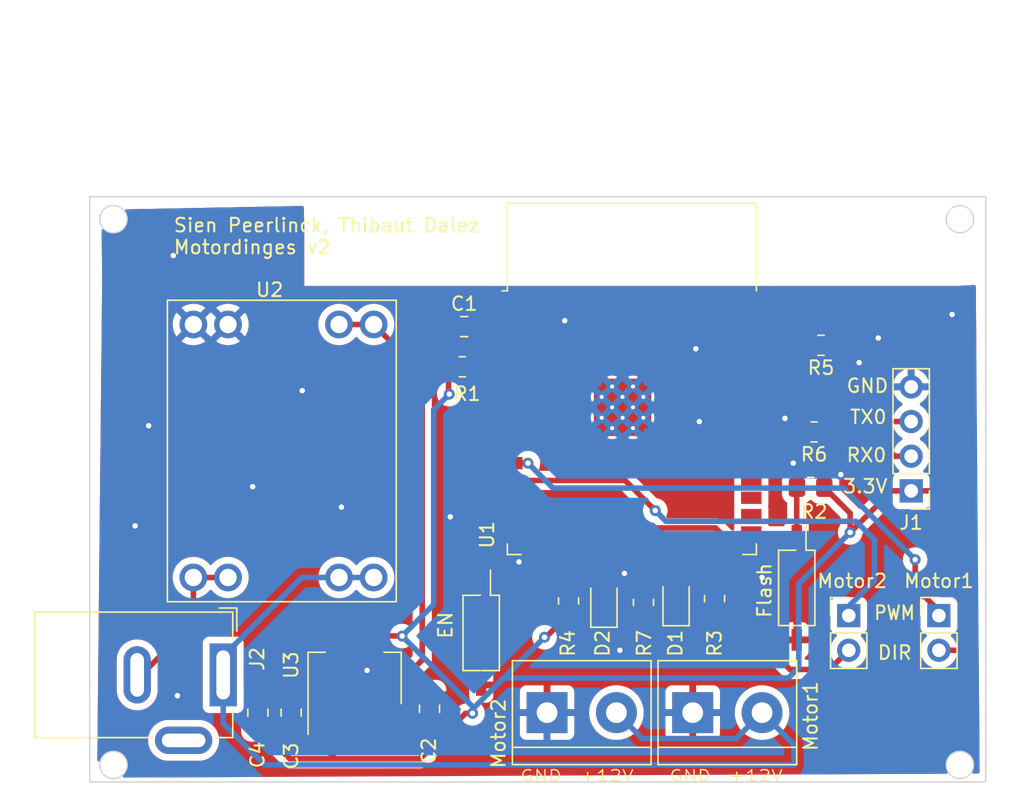
<source format=kicad_pcb>
(kicad_pcb (version 20221018) (generator pcbnew)
  (layers (0 "F.Cu" signal) (31 "B.Cu" signal) (34 "B.Paste" user) (35 "F.Paste" user) (36 "B.SilkS" user "B.Silkscreen") (37 "F.SilkS" user "F.Silkscreen") (38 "B.Mask" user) (39 "F.Mask" user) (44 "Edge.Cuts" user))
  (net 0 "")
  (net 1 "+3.3V")
  (net 2 "GND")
  (net 3 "VDD")
  (net 4 "Net-(D1-K)")
  (net 5 "GPIO2")
  (net 6 "Net-(D2-A)")
  (net 7 "RX0")
  (net 8 "TX0")
  (net 9 "Net-(J2-Pad2)")
  (net 10 "A8")
  (net 11 "GPIO12")
  (net 12 "A9")
  (net 13 "GPIO13")
  (net 14 "/EN")
  (net 15 "GPIO0")
  (net 16 "GPIO5")
  (net 17 "VP")
  (net 18 "VN")
  (net 19 "A6")
  (net 20 "A7")
  (net 21 "A4")
  (net 22 "A5")
  (net 23 "GPIO27")
  (net 24 "GPIO14")
  (net 31 "GPIO15")
  (net 32 "GPIO4")
  (net 33 "RX2")
  (net 34 "TX2")
  (net 35 "GPIO18")
  (net 36 "GPIO19")
  (net 38 "GPIO21")
  (net 39 "GPIO22")
  (net 40 "GPIO23")
  (net 41 "Net-(J5-Pin_2)")
  (footprint "Connector_PinHeader_2.54mm:PinHeader_1x02_P2.54mm_Vertical" (layer "F.Cu") (at 140.462 67.056)
    (fp_text reference "Motor1" (at 0 -2.54) (layer "F.SilkS"))
    (fp_text value "Conn_01x02_Pin")
    (fp_line (start -1.33 -1.33) (end 0 -1.33) (stroke (width 0.12)) (layer "F.SilkS"))
    (fp_line (start -1.33 0) (end -1.33 -1.33) (stroke (width 0.12)) (layer "F.SilkS"))
    (fp_line (start -1.33 1.27) (end -1.33 3.87) (stroke (width 0.12)) (layer "F.SilkS"))
    (fp_line (start -1.33 1.27) (end 1.33 1.27) (stroke (width 0.12)) (layer "F.SilkS"))
    (fp_line (start -1.33 3.87) (end 1.33 3.87) (stroke (width 0.12)) (layer "F.SilkS"))
    (fp_line (start 1.33 1.27) (end 1.33 3.87) (stroke (width 0.12)) (layer "F.SilkS"))
    (pad "1" thru_hole rect (at 0 0) (size 1.7 1.7) (drill 1) (layers "*.Cu" "*.Mask") (net 10 "A8"))
    (pad "2" thru_hole oval (at 0 2.54) (size 1.7 1.7) (drill 1) (layers "*.Cu" "*.Mask") (net 40 "GPIO23"))
  )
  (footprint "Connector_PinHeader_2.54mm:PinHeader_1x04_P2.54mm_Vertical" (layer "F.Cu") (at 138.43 57.912 180)
    (fp_text reference "J1" (at 0 -2.33 180) (layer "F.SilkS"))
    (fp_text value "Conn_01x04_Pin")
    (fp_line (start -1.33 -1.33) (end 0 -1.33) (stroke (width 0.12)) (layer "F.SilkS"))
    (fp_line (start -1.33 0) (end -1.33 -1.33) (stroke (width 0.12)) (layer "F.SilkS"))
    (fp_line (start -1.33 1.27) (end -1.33 8.95) (stroke (width 0.12)) (layer "F.SilkS"))
    (fp_line (start -1.33 1.27) (end 1.33 1.27) (stroke (width 0.12)) (layer "F.SilkS"))
    (fp_line (start -1.33 8.95) (end 1.33 8.95) (stroke (width 0.12)) (layer "F.SilkS"))
    (fp_line (start 1.33 1.27) (end 1.33 8.95) (stroke (width 0.12)) (layer "F.SilkS"))
    (pad "1" thru_hole rect (at 0 0 180) (size 1.7 1.7) (drill 1) (layers "*.Cu" "*.Mask") (net 1 "+3.3V"))
    (pad "2" thru_hole oval (at 0 2.54 180) (size 1.7 1.7) (drill 1) (layers "*.Cu" "*.Mask") (net 7 "RX0"))
    (pad "3" thru_hole oval (at 0 5.08 180) (size 1.7 1.7) (drill 1) (layers "*.Cu" "*.Mask") (net 8 "TX0"))
    (pad "4" thru_hole oval (at 0 7.62 180) (size 1.7 1.7) (drill 1) (layers "*.Cu" "*.Mask") (net 2 "GND"))
  )
  (footprint "Capacitor_SMD:C_0805_2012Metric_Pad1.18x1.45mm_HandSolder" (layer "F.Cu") (at 105.6855 45.8724 180)
    (fp_text reference "C1" (at -0.0039 1.6764) (layer "F.SilkS"))
    (fp_text value "100uF/6.3V")
    (fp_line (start -0.261252 -0.735) (end 0.261252 -0.735) (stroke (width 0.12)) (layer "F.SilkS"))
    (fp_line (start -0.261252 0.735) (end 0.261252 0.735) (stroke (width 0.12)) (layer "F.SilkS"))
    (pad "1" smd roundrect (at -1.0375 0 180) (size 1.175 1.45) (layers "F.Cu" "F.Paste" "F.Mask") (roundrect_rratio 0.2127659574) (net 1 "+3.3V"))
    (pad "2" smd roundrect (at 1.0375 0 180) (size 1.175 1.45) (layers "F.Cu" "F.Paste" "F.Mask") (roundrect_rratio 0.2127659574) (net 2 "GND"))
  )
  (footprint "Package_TO_SOT_SMD:SOT-223-3_TabPin2" (layer "F.Cu") (at 97.663 71.6534 90)
    (fp_text reference "U3" (at 0.9656 -4.6482 90) (layer "F.SilkS"))
    (fp_text value "AMS1117-3.3")
    (fp_line (start -4.1 -3.41) (end 1.91 -3.41) (stroke (width 0.12)) (layer "F.SilkS"))
    (fp_line (start -1.85 3.41) (end 1.91 3.41) (stroke (width 0.12)) (layer "F.SilkS"))
    (fp_line (start 1.91 -3.41) (end 1.91 -2.15) (stroke (width 0.12)) (layer "F.SilkS"))
    (fp_line (start 1.91 3.41) (end 1.91 2.15) (stroke (width 0.12)) (layer "F.SilkS"))
    (pad "1" smd rect (at -3.15 -2.3 90) (size 2 1.5) (layers "F.Cu" "F.Paste" "F.Mask") (net 2 "GND"))
    (pad "2" smd rect (at -3.15 0 90) (size 2 1.5) (layers "F.Cu" "F.Paste" "F.Mask") (net 1 "+3.3V"))
    (pad "2" smd rect (at 3.15 0 90) (size 2 3.8) (layers "F.Cu" "F.Paste" "F.Mask") (net 1 "+3.3V"))
    (pad "3" smd rect (at -3.15 2.3 90) (size 2 1.5) (layers "F.Cu" "F.Paste" "F.Mask") (net 3 "VDD"))
  )
  (footprint "Capacitor_SMD:C_0805_2012Metric_Pad1.18x1.45mm_HandSolder" (layer "F.Cu") (at 103.1494 73.8886 90)
    (fp_text reference "C2" (at -3.0988 -0.0508 90) (layer "F.SilkS"))
    (fp_text value "10uF")
    (fp_line (start -0.261252 -0.735) (end 0.261252 -0.735) (stroke (width 0.12)) (layer "F.SilkS"))
    (fp_line (start -0.261252 0.735) (end 0.261252 0.735) (stroke (width 0.12)) (layer "F.SilkS"))
    (pad "1" smd roundrect (at -1.0375 0 90) (size 1.175 1.45) (layers "F.Cu" "F.Paste" "F.Mask") (roundrect_rratio 0.2127659574) (net 3 "VDD"))
    (pad "2" smd roundrect (at 1.0375 0 90) (size 1.175 1.45) (layers "F.Cu" "F.Paste" "F.Mask") (roundrect_rratio 0.2127659574) (net 2 "GND"))
  )
  (footprint "Button_Switch_SMD:SW_DIP_SPSTx01_Slide_Copal_CHS-01B_W7.62mm_P1.27mm" (layer "F.Cu") (at 130.048 65.024 -90)
    (fp_text reference "SW2" hide)
    (fp_text value "FLASH")
    (fp_line (start -4.61 -0.68) (end -2.76 -0.68) (stroke (width 0.12)) (layer "F.SilkS"))
    (fp_line (start -2.76 -1.33) (end -2.76 -0.68) (stroke (width 0.12)) (layer "F.SilkS"))
    (fp_line (start -2.76 -1.33) (end 2.76 -1.33) (stroke (width 0.12)) (layer "F.SilkS"))
    (fp_line (start -2.76 0.061) (end -2.76 1.33) (stroke (width 0.12)) (layer "F.SilkS"))
    (fp_line (start -2.76 1.33) (end 2.76 1.33) (stroke (width 0.12)) (layer "F.SilkS"))
    (fp_line (start 2.76 -1.33) (end 2.76 -0.061) (stroke (width 0.12)) (layer "F.SilkS"))
    (fp_line (start 2.76 0.061) (end 2.76 1.33) (stroke (width 0.12)) (layer "F.SilkS"))
    (pad "1" smd rect (at -3.81 0 270) (size 1.6 0.76) (layers "F.Cu" "F.Paste" "F.Mask") (net 15 "GPIO0"))
    (pad "2" smd rect (at 3.81 0 270) (size 1.6 0.76) (layers "F.Cu" "F.Paste" "F.Mask") (net 2 "GND"))
  )
  (footprint "Capacitor_SMD:C_0805_2012Metric_Pad1.18x1.45mm_HandSolder" (layer "F.Cu") (at 93.0148 74.168 -90)
    (fp_text reference "C3" (at 3.1789 0 90) (layer "F.SilkS"))
    (fp_text value "100nF")
    (fp_line (start -0.261252 -0.735) (end 0.261252 -0.735) (stroke (width 0.12)) (layer "F.SilkS"))
    (fp_line (start -0.261252 0.735) (end 0.261252 0.735) (stroke (width 0.12)) (layer "F.SilkS"))
    (pad "1" smd roundrect (at -1.0375 0 270) (size 1.175 1.45) (layers "F.Cu" "F.Paste" "F.Mask") (roundrect_rratio 0.2127659574) (net 2 "GND"))
    (pad "2" smd roundrect (at 1.0375 0 270) (size 1.175 1.45) (layers "F.Cu" "F.Paste" "F.Mask") (roundrect_rratio 0.2127659574) (net 1 "+3.3V"))
  )
  (footprint "LED_SMD:LED_0805_2012Metric_Pad1.15x1.40mm_HandSolder" (layer "F.Cu") (at 115.9256 66.049 90)
    (fp_text reference "D2" (at -3.039 -0.1016 90) (layer "F.SilkS"))
    (fp_text value "PWR")
    (fp_line (start -1.86 -0.96) (end -1.86 0.96) (stroke (width 0.12)) (layer "F.SilkS"))
    (fp_line (start -1.86 0.96) (end 1 0.96) (stroke (width 0.12)) (layer "F.SilkS"))
    (fp_line (start 1 -0.96) (end -1.86 -0.96) (stroke (width 0.12)) (layer "F.SilkS"))
    (pad "1" smd roundrect (at -1.025 0 90) (size 1.15 1.4) (layers "F.Cu" "F.Paste" "F.Mask") (roundrect_rratio 0.2173913043) (net 2 "GND"))
    (pad "2" smd roundrect (at 1.025 0 90) (size 1.15 1.4) (layers "F.Cu" "F.Paste" "F.Mask") (roundrect_rratio 0.2173913043) (net 6 "Net-(D2-A)"))
  )
  (footprint "RF_Module:ESP32-WROOM-32" (layer "F.Cu") (at 117.97 52.7)
    (fp_text reference "U1" (at -10.61 8.43 90) (layer "F.SilkS"))
    (fp_text value "ESP32-WROOM-32")
    (fp_line (start -9.12 -15.86) (end -9.12 -9.445) (stroke (width 0.12)) (layer "F.SilkS"))
    (fp_line (start -9.12 -15.86) (end 9.12 -15.86) (stroke (width 0.12)) (layer "F.SilkS"))
    (fp_line (start -9.12 -9.445) (end -9.5 -9.445) (stroke (width 0.12)) (layer "F.SilkS"))
    (fp_line (start -9.12 9.1) (end -9.12 9.88) (stroke (width 0.12)) (layer "F.SilkS"))
    (fp_line (start -9.12 9.88) (end -8.12 9.88) (stroke (width 0.12)) (layer "F.SilkS"))
    (fp_line (start 9.12 -15.86) (end 9.12 -9.445) (stroke (width 0.12)) (layer "F.SilkS"))
    (fp_line (start 9.12 9.1) (end 9.12 9.88) (stroke (width 0.12)) (layer "F.SilkS"))
    (fp_line (start 9.12 9.88) (end 8.12 9.88) (stroke (width 0.12)) (layer "F.SilkS"))
    (pad "1" smd rect (at -8.75 -8.25) (size 1.5 0.9) (layers "F.Cu" "F.Paste" "F.Mask") (net 2 "GND"))
    (pad "2" smd rect (at -8.75 -6.98) (size 1.5 0.9) (layers "F.Cu" "F.Paste" "F.Mask") (net 1 "+3.3V"))
    (pad "3" smd rect (at -8.75 -5.71) (size 1.5 0.9) (layers "F.Cu" "F.Paste" "F.Mask") (net 14 "/EN"))
    (pad "4" smd rect (at -8.75 -4.44) (size 1.5 0.9) (layers "F.Cu" "F.Paste" "F.Mask") (net 17 "VP"))
    (pad "5" smd rect (at -8.75 -3.17) (size 1.5 0.9) (layers "F.Cu" "F.Paste" "F.Mask") (net 18 "VN"))
    (pad "6" smd rect (at -8.75 -1.9) (size 1.5 0.9) (layers "F.Cu" "F.Paste" "F.Mask") (net 19 "A6"))
    (pad "7" smd rect (at -8.75 -0.63) (size 1.5 0.9) (layers "F.Cu" "F.Paste" "F.Mask") (net 20 "A7"))
    (pad "8" smd rect (at -8.75 0.64) (size 1.5 0.9) (layers "F.Cu" "F.Paste" "F.Mask") (net 21 "A4"))
    (pad "9" smd rect (at -8.75 1.91) (size 1.5 0.9) (layers "F.Cu" "F.Paste" "F.Mask") (net 22 "A5"))
    (pad "10" smd rect (at -8.75 3.18) (size 1.5 0.9) (layers "F.Cu" "F.Paste" "F.Mask") (net 10 "A8"))
    (pad "11" smd rect (at -8.75 4.45) (size 1.5 0.9) (layers "F.Cu" "F.Paste" "F.Mask") (net 12 "A9"))
    (pad "12" smd rect (at -8.75 5.72) (size 1.5 0.9) (layers "F.Cu" "F.Paste" "F.Mask") (net 23 "GPIO27"))
    (pad "13" smd rect (at -8.75 6.99) (size 1.5 0.9) (layers "F.Cu" "F.Paste" "F.Mask") (net 24 "GPIO14"))
    (pad "14" smd rect (at -8.75 8.26) (size 1.5 0.9) (layers "F.Cu" "F.Paste" "F.Mask") (net 11 "GPIO12"))
    (pad "15" smd rect (at -5.71 9.51 90) (size 1.5 0.9) (layers "F.Cu" "F.Paste" "F.Mask") (net 2 "GND"))
    (pad "16" smd rect (at -4.44 9.51 90) (size 1.5 0.9) (layers "F.Cu" "F.Paste" "F.Mask") (net 13 "GPIO13"))
    (pad "17" smd rect (at -3.17 9.51 90) (size 1.5 0.9) (layers "F.Cu" "F.Paste" "F.Mask"))
    (pad "18" smd rect (at -1.9 9.51 90) (size 1.5 0.9) (layers "F.Cu" "F.Paste" "F.Mask"))
    (pad "19" smd rect (at -0.63 9.51 90) (size 1.5 0.9) (layers "F.Cu" "F.Paste" "F.Mask"))
    (pad "20" smd rect (at 0.64 9.51 90) (size 1.5 0.9) (layers "F.Cu" "F.Paste" "F.Mask"))
    (pad "21" smd rect (at 1.91 9.51 90) (size 1.5 0.9) (layers "F.Cu" "F.Paste" "F.Mask"))
    (pad "22" smd rect (at 3.18 9.51 90) (size 1.5 0.9) (layers "F.Cu" "F.Paste" "F.Mask"))
    (pad "23" smd rect (at 4.45 9.51 90) (size 1.5 0.9) (layers "F.Cu" "F.Paste" "F.Mask") (net 31 "GPIO15"))
    (pad "24" smd rect (at 5.72 9.51 90) (size 1.5 0.9) (layers "F.Cu" "F.Paste" "F.Mask") (net 5 "GPIO2"))
    (pad "25" smd rect (at 8.75 8.26) (size 1.5 0.9) (layers "F.Cu" "F.Paste" "F.Mask") (net 15 "GPIO0"))
    (pad "26" smd rect (at 8.75 6.99) (size 1.5 0.9) (layers "F.Cu" "F.Paste" "F.Mask") (net 32 "GPIO4"))
    (pad "27" smd rect (at 8.75 5.72) (size 1.5 0.9) (layers "F.Cu" "F.Paste" "F.Mask") (net 33 "RX2"))
    (pad "28" smd rect (at 8.75 4.45) (size 1.5 0.9) (layers "F.Cu" "F.Paste" "F.Mask") (net 34 "TX2"))
    (pad "29" smd rect (at 8.75 3.18) (size 1.5 0.9) (layers "F.Cu" "F.Paste" "F.Mask") (net 16 "GPIO5"))
    (pad "30" smd rect (at 8.75 1.91) (size 1.5 0.9) (layers "F.Cu" "F.Paste" "F.Mask") (net 35 "GPIO18"))
    (pad "31" smd rect (at 8.75 0.64) (size 1.5 0.9) (layers "F.Cu" "F.Paste" "F.Mask") (net 36 "GPIO19"))
    (pad "32" smd rect (at 8.75 -0.63) (size 1.5 0.9) (layers "F.Cu" "F.Paste" "F.Mask"))
    (pad "33" smd rect (at 8.75 -1.9) (size 1.5 0.9) (layers "F.Cu" "F.Paste" "F.Mask") (net 38 "GPIO21"))
    (pad "34" smd rect (at 8.75 -3.17) (size 1.5 0.9) (layers "F.Cu" "F.Paste" "F.Mask") (net 7 "RX0"))
    (pad "35" smd rect (at 8.75 -4.44) (size 1.5 0.9) (layers "F.Cu" "F.Paste" "F.Mask") (net 8 "TX0"))
    (pad "36" smd rect (at 8.75 -5.71) (size 1.5 0.9) (layers "F.Cu" "F.Paste" "F.Mask") (net 39 "GPIO22"))
    (pad "37" smd rect (at 8.75 -6.98) (size 1.5 0.9) (layers "F.Cu" "F.Paste" "F.Mask") (net 40 "GPIO23"))
    (pad "38" smd rect (at 8.75 -8.25) (size 1.5 0.9) (layers "F.Cu" "F.Paste" "F.Mask") (net 2 "GND"))
    (pad "39" smd rect (at -2.205 -2.435) (size 1.05 1.05) (layers "F.Cu" "F.Paste") (net 2 "GND"))
    (pad "39" thru_hole circle (at -2.205 -1.6725) (size 0.6 0.6) (drill 0.3) (property pad_prop_heatsink) (layers "*.Cu" "F.Mask") (net 2 "GND"))
    (pad "39" smd rect (at -2.205 -0.91) (size 1.05 1.05) (layers "F.Cu" "F.Paste") (net 2 "GND"))
    (pad "39" thru_hole circle (at -2.205 -0.1475) (size 0.6 0.6) (drill 0.3) (property pad_prop_heatsink) (layers "*.Cu" "F.Mask") (net 2 "GND"))
    (pad "39" smd rect (at -2.205 0.615) (size 1.05 1.05) (layers "F.Cu" "F.Paste") (net 2 "GND"))
    (pad "39" thru_hole circle (at -1.4425 -2.435) (size 0.6 0.6) (drill 0.3) (property pad_prop_heatsink) (layers "*.Cu" "F.Mask") (net 2 "GND"))
    (pad "39" thru_hole circle (at -1.4425 -0.91) (size 0.6 0.6) (drill 0.3) (property pad_prop_heatsink) (layers "*.Cu" "F.Mask") (net 2 "GND"))
    (pad "39" thru_hole circle (at -1.4425 0.615) (size 0.6 0.6) (drill 0.3) (property pad_prop_heatsink) (layers "*.Cu" "F.Mask") (net 2 "GND"))
    (pad "39" smd rect (at -0.68 -2.435) (size 1.05 1.05) (layers "F.Cu" "F.Paste") (net 2 "GND"))
    (pad "39" thru_hole circle (at -0.68 -1.6725) (size 0.6 0.6) (drill 0.3) (property pad_prop_heatsink) (layers "*.Cu" "F.Mask") (net 2 "GND"))
    (pad "39" smd rect (at -0.68 -0.91) (size 1.05 1.05) (layers "F.Cu" "F.Paste") (net 2 "GND"))
    (pad "39" smd rect (at -0.68 -0.91) (size 4.2 4.2) (layers "F.Cu" "F.Mask") (net 2 "GND"))
    (pad "39" thru_hole circle (at -0.68 -0.1475) (size 0.6 0.6) (drill 0.3) (property pad_prop_heatsink) (layers "*.Cu" "F.Mask") (net 2 "GND"))
    (pad "39" smd rect (at -0.68 0.615) (size 1.05 1.05) (layers "F.Cu" "F.Paste") (net 2 "GND"))
    (pad "39" thru_hole circle (at 0.0825 -2.435) (size 0.6 0.6) (drill 0.3) (property pad_prop_heatsink) (layers "*.Cu" "F.Mask") (net 2 "GND"))
    (pad "39" thru_hole circle (at 0.0825 -0.91) (size 0.6 0.6) (drill 0.3) (property pad_prop_heatsink) (layers "*.Cu" "F.Mask") (net 2 "GND"))
    (pad "39" thru_hole circle (at 0.0825 0.615) (size 0.6 0.6) (drill 0.3) (property pad_prop_heatsink) (layers "*.Cu" "F.Mask") (net 2 "GND"))
    (pad "39" smd rect (at 0.845 -2.435) (size 1.05 1.05) (layers "F.Cu" "F.Paste") (net 2 "GND"))
    (pad "39" thru_hole circle (at 0.845 -1.6725) (size 0.6 0.6) (drill 0.3) (property pad_prop_heatsink) (layers "*.Cu" "F.Mask") (net 2 "GND"))
    (pad "39" smd rect (at 0.845 -0.91) (size 1.05 1.05) (layers "F.Cu" "F.Paste") (net 2 "GND"))
    (pad "39" thru_hole circle (at 0.845 -0.1475) (size 0.6 0.6) (drill 0.3) (property pad_prop_heatsink) (layers "*.Cu" "F.Mask") (net 2 "GND"))
    (pad "39" smd rect (at 0.845 0.615) (size 1.05 1.05) (layers "F.Cu" "F.Paste") (net 2 "GND"))
    (zone (net 0) (net_name "") (layers "F.Cu" "In1.Cu" "B.Cu") (connect_pads (clearance 0)) (min_thickness 0.254)
      (keepout (tracks not_allowed) (vias not_allowed) (pads not_allowed) (copperpour not_allowed) (footprints not_allowed))
      (fill (thermal_gap 0.508) (thermal_bridge_width 0.508))
      (polygon (pts (xy 93.97 42.9) (xy 141.97 42.9) (xy 141.97 21.96) (xy 93.97 21.96)))
    )
  )
  (footprint "Resistor_SMD:R_0805_2012Metric_Pad1.20x1.40mm_HandSolder" (layer "F.Cu") (at 105.5464 48.8188)
    (fp_text reference "R1" (at 0.3716 1.9812) (layer "F.SilkS"))
    (fp_text value "10K")
    (fp_line (start -0.227064 -0.735) (end 0.227064 -0.735) (stroke (width 0.12)) (layer "F.SilkS"))
    (fp_line (start -0.227064 0.735) (end 0.227064 0.735) (stroke (width 0.12)) (layer "F.SilkS"))
    (pad "1" smd roundrect (at -1 0) (size 1.2 1.4) (layers "F.Cu" "F.Paste" "F.Mask") (roundrect_rratio 0.2083333333) (net 1 "+3.3V"))
    (pad "2" smd roundrect (at 1 0) (size 1.2 1.4) (layers "F.Cu" "F.Paste" "F.Mask") (roundrect_rratio 0.2083333333) (net 14 "/EN"))
  )
  (footprint "Button_Switch_SMD:SW_DIP_SPSTx01_Slide_Copal_CHS-01B_W7.62mm_P1.27mm" (layer "F.Cu") (at 106.934 68.326 -90)
    (fp_text reference "SW1" hide)
    (fp_text value "EN")
    (fp_line (start -4.61 -0.68) (end -2.76 -0.68) (stroke (width 0.12)) (layer "F.SilkS"))
    (fp_line (start -2.76 -1.33) (end -2.76 -0.68) (stroke (width 0.12)) (layer "F.SilkS"))
    (fp_line (start -2.76 -1.33) (end 2.76 -1.33) (stroke (width 0.12)) (layer "F.SilkS"))
    (fp_line (start -2.76 0.061) (end -2.76 1.33) (stroke (width 0.12)) (layer "F.SilkS"))
    (fp_line (start -2.76 1.33) (end 2.76 1.33) (stroke (width 0.12)) (layer "F.SilkS"))
    (fp_line (start 2.76 -1.33) (end 2.76 -0.061) (stroke (width 0.12)) (layer "F.SilkS"))
    (fp_line (start 2.76 0.061) (end 2.76 1.33) (stroke (width 0.12)) (layer "F.SilkS"))
    (pad "1" smd rect (at -3.81 0 270) (size 1.6 0.76) (layers "F.Cu" "F.Paste" "F.Mask") (net 14 "/EN"))
    (pad "2" smd rect (at 3.81 0 270) (size 1.6 0.76) (layers "F.Cu" "F.Paste" "F.Mask") (net 2 "GND"))
  )
  (footprint "Capacitor_SMD:C_0805_2012Metric_Pad1.18x1.45mm_HandSolder" (layer "F.Cu") (at 90.5764 74.168 90)
    (fp_text reference "C4" (at -3.0949 -0.0254 90) (layer "F.SilkS"))
    (fp_text value "10uF")
    (fp_line (start -0.261252 -0.735) (end 0.261252 -0.735) (stroke (width 0.12)) (layer "F.SilkS"))
    (fp_line (start -0.261252 0.735) (end 0.261252 0.735) (stroke (width 0.12)) (layer "F.SilkS"))
    (pad "1" smd roundrect (at -1.0375 0 90) (size 1.175 1.45) (layers "F.Cu" "F.Paste" "F.Mask") (roundrect_rratio 0.2127659574) (net 1 "+3.3V"))
    (pad "2" smd roundrect (at 1.0375 0 90) (size 1.175 1.45) (layers "F.Cu" "F.Paste" "F.Mask") (roundrect_rratio 0.2127659574) (net 2 "GND"))
  )
  (footprint "Connector_BarrelJack:BarrelJack_GCT_DCJ200-10-A_Horizontal" (layer "F.Cu") (at 88.0364 71.3994 -90)
    (fp_text reference "J2" (at -1.1684 -2.4892 90) (layer "F.SilkS"))
    (fp_text value "Barrel_Jack")
    (fp_line (start -4.9 -1) (end -4.9 0.3) (stroke (width 0.12)) (layer "F.SilkS"))
    (fp_line (start -4.6 -0.7) (end -2.6 -0.7) (stroke (width 0.12)) (layer "F.SilkS"))
    (fp_line (start -4.6 13.8) (end -4.6 -0.7) (stroke (width 0.12)) (layer "F.SilkS"))
    (fp_line (start -3.2 -1) (end -4.9 -1) (stroke (width 0.12)) (layer "F.SilkS"))
    (fp_line (start 2.6 -0.7) (end 4.6 -0.7) (stroke (width 0.12)) (layer "F.SilkS"))
    (fp_line (start 4.6 -0.7) (end 4.6 0.6) (stroke (width 0.12)) (layer "F.SilkS"))
    (fp_line (start 4.6 5.2) (end 4.6 13.8) (stroke (width 0.12)) (layer "F.SilkS"))
    (fp_line (start 4.6 13.8) (end -4.6 13.8) (stroke (width 0.12)) (layer "F.SilkS"))
    (pad "1" thru_hole rect (at 0 0 270) (size 4.6 2) (drill oval 3.6 1) (layers "*.Cu" "*.Mask") (net 41 "Net-(J5-Pin_2)"))
    (pad "2" thru_hole oval (at 0 6.3 270) (size 4.2 2) (drill oval 3.2 1) (layers "*.Cu" "*.Mask") (net 9 "Net-(J2-Pad2)"))
    (pad "3" thru_hole oval (at 4.8 2.9 270) (size 2 4.2) (drill oval 1 3.2) (layers "*.Cu" "*.Mask"))
  )
  (footprint "LED_SMD:LED_0805_2012Metric_Pad1.15x1.40mm_HandSolder" (layer "F.Cu") (at 121.2088 65.9384 90)
    (fp_text reference "D1" (at -3.1496 -0.0508 90) (layer "F.SilkS"))
    (fp_text value "BLUE")
    (fp_line (start -1.86 -0.96) (end -1.86 0.96) (stroke (width 0.12)) (layer "F.SilkS"))
    (fp_line (start -1.86 0.96) (end 1 0.96) (stroke (width 0.12)) (layer "F.SilkS"))
    (fp_line (start 1 -0.96) (end -1.86 -0.96) (stroke (width 0.12)) (layer "F.SilkS"))
    (pad "1" smd roundrect (at -1.025 0 90) (size 1.15 1.4) (layers "F.Cu" "F.Paste" "F.Mask") (roundrect_rratio 0.2173913043) (net 4 "Net-(D1-K)"))
    (pad "2" smd roundrect (at 1.025 0 90) (size 1.15 1.4) (layers "F.Cu" "F.Paste" "F.Mask") (roundrect_rratio 0.2173913043) (net 5 "GPIO2"))
  )
  (footprint "Resistor_SMD:R_0805_2012Metric_Pad1.20x1.40mm_HandSolder" (layer "F.Cu") (at 118.8212 66.0908 90)
    (fp_text reference "R7" (at -2.9972 0.0508 90) (layer "F.SilkS"))
    (fp_text value "1K")
    (fp_line (start -0.227064 -0.735) (end 0.227064 -0.735) (stroke (width 0.12)) (layer "F.SilkS"))
    (fp_line (start -0.227064 0.735) (end 0.227064 0.735) (stroke (width 0.12)) (layer "F.SilkS"))
    (pad "1" smd roundrect (at -1 0 90) (size 1.2 1.4) (layers "F.Cu" "F.Paste" "F.Mask") (roundrect_rratio 0.2083333333) (net 4 "Net-(D1-K)"))
    (pad "2" smd roundrect (at 1 0 90) (size 1.2 1.4) (layers "F.Cu" "F.Paste" "F.Mask") (roundrect_rratio 0.2083333333) (net 2 "GND"))
  )
  (footprint "Resistor_SMD:R_0805_2012Metric_Pad1.20x1.40mm_HandSolder" (layer "F.Cu") (at 131.826 47.244 180)
    (fp_text reference "R5" (at 0 -1.65) (layer "F.SilkS"))
    (fp_text value "10K")
    (fp_line (start -0.227064 -0.735) (end 0.227064 -0.735) (stroke (width 0.12)) (layer "F.SilkS"))
    (fp_line (start -0.227064 0.735) (end 0.227064 0.735) (stroke (width 0.12)) (layer "F.SilkS"))
    (pad "1" smd roundrect (at -1 0 180) (size 1.2 1.4) (layers "F.Cu" "F.Paste" "F.Mask") (roundrect_rratio 0.2083333333) (net 1 "+3.3V"))
    (pad "2" smd roundrect (at 1 0 180) (size 1.2 1.4) (layers "F.Cu" "F.Paste" "F.Mask") (roundrect_rratio 0.2083333333) (net 8 "TX0"))
  )
  (footprint "Resistor_SMD:R_0805_2012Metric_Pad1.20x1.40mm_HandSolder" (layer "F.Cu") (at 131.064 57.658 180)
    (fp_text reference "R2" (at -0.254 -1.778) (layer "F.SilkS"))
    (fp_text value "10K")
    (fp_line (start -0.227064 -0.735) (end 0.227064 -0.735) (stroke (width 0.12)) (layer "F.SilkS"))
    (fp_line (start -0.227064 0.735) (end 0.227064 0.735) (stroke (width 0.12)) (layer "F.SilkS"))
    (pad "1" smd roundrect (at -1 0 180) (size 1.2 1.4) (layers "F.Cu" "F.Paste" "F.Mask") (roundrect_rratio 0.2083333333) (net 1 "+3.3V"))
    (pad "2" smd roundrect (at 1 0 180) (size 1.2 1.4) (layers "F.Cu" "F.Paste" "F.Mask") (roundrect_rratio 0.2083333333) (net 15 "GPIO0"))
  )
  (footprint "TerminalBlock:TerminalBlock_bornier-2_P5.08mm" (layer "F.Cu") (at 122.428 74.168)
    (fp_text reference "Motor1" (at 8.636 0.254 90) (layer "F.SilkS"))
    (fp_text value "Conn_01x02_Pin")
    (fp_line (start -2.54 -3.81) (end -2.54 3.81) (stroke (width 0.12)) (layer "F.SilkS"))
    (fp_line (start -2.54 3.81) (end 7.62 3.81) (stroke (width 0.12)) (layer "F.SilkS"))
    (fp_line (start 7.62 -3.81) (end -2.54 -3.81) (stroke (width 0.12)) (layer "F.SilkS"))
    (fp_line (start 7.62 2.54) (end -2.54 2.54) (stroke (width 0.12)) (layer "F.SilkS"))
    (fp_line (start 7.62 3.81) (end 7.62 -3.81) (stroke (width 0.12)) (layer "F.SilkS"))
    (pad "1" thru_hole rect (at 0 0) (size 3 3) (drill 1.52) (layers "*.Cu" "*.Mask") (net 2 "GND"))
    (pad "2" thru_hole circle (at 5.08 0) (size 3 3) (drill 1.52) (layers "*.Cu" "*.Mask") (net 41 "Net-(J5-Pin_2)"))
  )
  (footprint "Resistor_SMD:R_0805_2012Metric_Pad1.20x1.40mm_HandSolder" (layer "F.Cu") (at 124.0282 65.8114 90)
    (fp_text reference "R3" (at -3.2766 0 90) (layer "F.SilkS"))
    (fp_text value "10K")
    (fp_line (start -0.227064 -0.735) (end 0.227064 -0.735) (stroke (width 0.12)) (layer "F.SilkS"))
    (fp_line (start -0.227064 0.735) (end 0.227064 0.735) (stroke (width 0.12)) (layer "F.SilkS"))
    (pad "1" smd roundrect (at -1 0 90) (size 1.2 1.4) (layers "F.Cu" "F.Paste" "F.Mask") (roundrect_rratio 0.2083333333) (net 2 "GND"))
    (pad "2" smd roundrect (at 1 0 90) (size 1.2 1.4) (layers "F.Cu" "F.Paste" "F.Mask") (roundrect_rratio 0.2083333333) (net 5 "GPIO2"))
  )
  (footprint "Library:U1584" (layer "F.Cu") (at 92.456 43.942)
    (fp_text reference "U2" (at -1.016 -0.762 unlocked) (layer "F.SilkS"))
    (fp_text value "MP1584")
    (fp_rect (start 8.255 0) (end -8.509 22.098) (stroke (width 0.12)) (fill none) (layer "F.SilkS"))
    (pad "1" thru_hole circle (at -6.604 20.32) (size 2.032 2.032) (drill 1.27) (layers "*.Cu" "*.Mask") (net 9 "Net-(J2-Pad2)"))
    (pad "2" thru_hole circle (at -4.064 20.32) (size 2.032 2.032) (drill 1.27) (layers "*.Cu" "*.Mask") (net 9 "Net-(J2-Pad2)"))
    (pad "3" thru_hole circle (at 4.064 20.32) (size 2.032 2.032) (drill 1.27) (layers "*.Cu" "*.Mask") (net 41 "Net-(J5-Pin_2)"))
    (pad "4" thru_hole circle (at 6.604 20.32) (size 2.032 2.032) (drill 1.27) (layers "*.Cu" "*.Mask") (net 41 "Net-(J5-Pin_2)"))
    (pad "5" thru_hole circle (at 6.604 1.778) (size 2.032 2.032) (drill 1.27) (layers "*.Cu" "*.Mask") (net 3 "VDD"))
    (pad "6" thru_hole circle (at 4.064 1.778) (size 2.032 2.032) (drill 1.27) (layers "*.Cu" "*.Mask") (net 3 "VDD"))
    (pad "7" thru_hole circle (at -4.064 1.778) (size 2.032 2.032) (drill 1.27) (layers "*.Cu" "*.Mask") (net 2 "GND"))
    (pad "8" thru_hole circle (at -6.604 1.778) (size 2.032 2.032) (drill 1.27) (layers "*.Cu" "*.Mask") (net 2 "GND"))
  )
  (footprint "Resistor_SMD:R_0805_2012Metric_Pad1.20x1.40mm_HandSolder" (layer "F.Cu") (at 113.3348 65.9798 90)
    (fp_text reference "R4" (at -3.1082 -0.0508 90) (layer "F.SilkS"))
    (fp_text value "1K")
    (fp_line (start -0.227064 -0.735) (end 0.227064 -0.735) (stroke (width 0.12)) (layer "F.SilkS"))
    (fp_line (start -0.227064 0.735) (end 0.227064 0.735) (stroke (width 0.12)) (layer "F.SilkS"))
    (pad "1" smd roundrect (at -1 0 90) (size 1.2 1.4) (layers "F.Cu" "F.Paste" "F.Mask") (roundrect_rratio 0.2083333333) (net 1 "+3.3V"))
    (pad "2" smd roundrect (at 1 0 90) (size 1.2 1.4) (layers "F.Cu" "F.Paste" "F.Mask") (roundrect_rratio 0.2083333333) (net 6 "Net-(D2-A)"))
  )
  (footprint "Resistor_SMD:R_0805_2012Metric_Pad1.20x1.40mm_HandSolder" (layer "F.Cu") (at 131.318 53.594 180)
    (fp_text reference "R6" (at 0 -1.65) (layer "F.SilkS"))
    (fp_text value "10K")
    (fp_line (start -0.227064 -0.735) (end 0.227064 -0.735) (stroke (width 0.12)) (layer "F.SilkS"))
    (fp_line (start -0.227064 0.735) (end 0.227064 0.735) (stroke (width 0.12)) (layer "F.SilkS"))
    (pad "1" smd roundrect (at -1 0 180) (size 1.2 1.4) (layers "F.Cu" "F.Paste" "F.Mask") (roundrect_rratio 0.2083333333) (net 1 "+3.3V"))
    (pad "2" smd roundrect (at 1 0 180) (size 1.2 1.4) (layers "F.Cu" "F.Paste" "F.Mask") (roundrect_rratio 0.2083333333) (net 16 "GPIO5"))
  )
  (footprint "TerminalBlock:TerminalBlock_bornier-2_P5.08mm" (layer "F.Cu") (at 111.76 74.168)
    (fp_text reference "Motor2" (at -3.556 1.524 90) (layer "F.SilkS"))
    (fp_text value "Conn_01x02_Pin")
    (fp_line (start -2.54 -3.81) (end -2.54 3.81) (stroke (width 0.12)) (layer "F.SilkS"))
    (fp_line (start -2.54 3.81) (end 7.62 3.81) (stroke (width 0.12)) (layer "F.SilkS"))
    (fp_line (start 7.62 -3.81) (end -2.54 -3.81) (stroke (width 0.12)) (layer "F.SilkS"))
    (fp_line (start 7.62 2.54) (end -2.54 2.54) (stroke (width 0.12)) (layer "F.SilkS"))
    (fp_line (start 7.62 3.81) (end 7.62 -3.81) (stroke (width 0.12)) (layer "F.SilkS"))
    (pad "1" thru_hole rect (at 0 0) (size 3 3) (drill 1.52) (layers "*.Cu" "*.Mask") (net 2 "GND"))
    (pad "2" thru_hole circle (at 5.08 0) (size 3 3) (drill 1.52) (layers "*.Cu" "*.Mask") (net 41 "Net-(J5-Pin_2)"))
  )
  (footprint "Connector_PinHeader_2.54mm:PinHeader_1x02_P2.54mm_Vertical" (layer "F.Cu") (at 133.858 67.056)
    (fp_text reference "Motor2" (at 0.254 -2.54) (layer "F.SilkS"))
    (fp_text value "Conn_01x02_Pin")
    (fp_line (start -1.33 -1.33) (end 0 -1.33) (stroke (width 0.12)) (layer "F.SilkS"))
    (fp_line (start -1.33 0) (end -1.33 -1.33) (stroke (width 0.12)) (layer "F.SilkS"))
    (fp_line (start -1.33 1.27) (end -1.33 3.87) (stroke (width 0.12)) (layer "F.SilkS"))
    (fp_line (start -1.33 1.27) (end 1.33 1.27) (stroke (width 0.12)) (layer "F.SilkS"))
    (fp_line (start -1.33 3.87) (end 1.33 3.87) (stroke (width 0.12)) (layer "F.SilkS"))
    (fp_line (start 1.33 1.27) (end 1.33 3.87) (stroke (width 0.12)) (layer "F.SilkS"))
    (pad "1" thru_hole rect (at 0 0) (size 1.7 1.7) (drill 1) (layers "*.Cu" "*.Mask") (net 12 "A9"))
    (pad "2" thru_hole oval (at 0 2.54) (size 1.7 1.7) (drill 1) (layers "*.Cu" "*.Mask") (net 13 "GPIO13"))
  )
  (gr_circle (center 142 78) (end 143 78) (stroke (width 0.1)) (fill none) (layer "Edge.Cuts"))
  (gr_circle (center 142 38) (end 143 38) (stroke (width 0.1)) (fill none) (layer "Edge.Cuts"))
  (gr_circle (center 80 78) (end 81 78) (stroke (width 0.1)) (fill none) (layer "Edge.Cuts"))
  (gr_circle (center 80 38) (end 81 38) (stroke (width 0.1)) (fill none) (layer "Edge.Cuts"))
  (gr_rect (start 78.2574 36.3474) (end 143.891 79.248) (stroke (width 0.1)) (fill none) (layer "Edge.Cuts"))
  (gr_text "DIR" (at 135.89 70.358) (layer "F.SilkS") (effects (font (size 1 1)) (justify left bottom)))
  (gr_text "+12V" (at 124.968 79.248) (layer "F.SilkS") (effects (font (size 0.8 1) (thickness 0.1) bold) (justify left bottom)))
  (gr_text "PWM\n" (at 135.636 67.437) (layer "F.SilkS") (effects (font (size 1 0.9)) (justify left bottom)))
  (gr_text "GND" (at 120.65 79.248) (layer "F.SilkS") (effects (font (size 0.8 1) (thickness 0.1) bold) (justify left bottom)))
  (gr_text "EN" (at 104.902 68.834 90) (layer "F.SilkS") (effects (font (size 1 1)) (justify left bottom)))
  (gr_text "Sien Peerlinck, Thibaut Dalez\nMotordinges v2" (at 84.328 40.64) (layer "F.SilkS") (effects (font (size 1 1)) (justify left bottom)))
  (gr_text "GND" (at 133.604 50.8) (layer "F.SilkS") (effects (font (size 1 1)) (justify left bottom)))
  (gr_text "RX0" (at 133.604 55.88) (layer "F.SilkS") (effects (font (size 1 1)) (justify left bottom)))
  (gr_text "GND" (at 109.728 79.248) (layer "F.SilkS") (effects (font (size 0.8 1) (thickness 0.1) bold) (justify left bottom)))
  (gr_text "Flash" (at 128.27 67.31 90) (layer "F.SilkS") (effects (font (size 1 1)) (justify left bottom)))
  (gr_text "3.3V" (at 133.35 58.166) (layer "F.SilkS") (effects (font (size 1 1)) (justify left bottom)))
  (gr_text "+12V\n" (at 114.046 79.248) (layer "F.SilkS") (effects (font (size 0.8 1) (thickness 0.1) bold) (justify left bottom)))
  (gr_text "TX0" (at 133.858 53.086) (layer "F.SilkS") (effects (font (size 1 1)) (justify left bottom)))
  (segment (start 141.097 57.912) (end 138.43 57.912) (width 0.4064) (layer "F.Cu") (net 1))
  (segment (start 133.9596 59.5536) (end 132.064 57.658) (width 0.4064) (layer "F.Cu") (net 1))
  (segment (start 101.1428 68.5546) (end 101.1678 68.5034) (width 0.4064) (layer "F.Cu") (net 1))
  (segment (start 97.663 75.692) (end 97.663 74.8034) (width 0.4064) (layer "F.Cu") (net 1))
  (segment (start 106.299 74.2188) (end 105.791 74.2188) (width 0.4064) (layer "F.Cu") (net 1))
  (segment (start 141.224 48.768) (end 141.224 57.785) (width 0.4064) (layer "F.Cu") (net 1))
  (segment (start 132.318 53.594) (end 132.318 57.404) (width 0.4064) (layer "F.Cu") (net 1))
  (segment (start 92.9171 77.5462) (end 95.8088 77.5462) (width 0.4064) (layer "F.Cu") (net 1))
  (segment (start 101.1678 68.5034) (end 101.1936 68.5292) (width 0.4064) (layer "F.Cu") (net 1))
  (segment (start 104.5464 50.7746) (end 104.5464 48.8188) (width 0.4064) (layer "F.Cu") (net 1))
  (segment (start 137.0076 57.912) (end 138.43 57.912) (width 0.4064) (layer "F.Cu") (net 1))
  (segment (start 106.723 45.8724) (end 106.8754 45.72) (width 0.4064) (layer "F.Cu") (net 1))
  (segment (start 136.349697 47.5138) (end 136.619497 47.244) (width 0.4064) (layer "F.Cu") (net 1))
  (segment (start 95.8088 77.5462) (end 97.663 75.692) (width 0.4064) (layer "F.Cu") (net 1))
  (segment (start 136.619497 47.244) (end 139.7 47.244) (width 0.4064) (layer "F.Cu") (net 1))
  (segment (start 106.723 46.6422) (end 104.5464 48.8188) (width 0.4064) (layer "F.Cu") (net 1))
  (segment (start 132.826 47.244) (end 135.414503 47.244) (width 0.4064) (layer "F.Cu") (net 1))
  (segment (start 106.8754 45.72) (end 109.22 45.72) (width 0.4064) (layer "F.Cu") (net 1))
  (segment (start 135.414503 47.244) (end 135.684303 47.5138) (width 0.4064) (layer "F.Cu") (net 1))
  (segment (start 132.318 57.404) (end 132.064 57.658) (width 0.4064) (layer "F.Cu") (net 1))
  (segment (start 133.9596 60.96) (end 133.9596 59.5536) (width 0.4064) (layer "F.Cu") (net 1))
  (segment (start 105.791 74.2188) (end 102.4636 77.5462) (width 0.4064) (layer "F.Cu") (net 1))
  (segment (start 111.671268 68.643332) (end 113.3348 66.9798) (width 0.4064) (layer "F.Cu") (net 1))
  (segment (start 102.4636 77.5462) (end 95.8088 77.5462) (width 0.4064) (layer "F.Cu") (net 1))
  (segment (start 97.663 68.5034) (end 101.1428 68.5546) (width 0.4064) (layer "F.Cu") (net 1))
  (segment (start 135.684303 47.5138) (end 136.349697 47.5138) (width 0.4064) (layer "F.Cu") (net 1))
  (segment (start 104.5972 50.8254) (end 104.5464 50.7746) (width 0.4064) (layer "F.Cu") (net 1))
  (segment (start 111.569332 68.643332) (end 111.671268 68.643332) (width 0.4064) (layer "F.Cu") (net 1))
  (segment (start 133.9596 60.96) (end 137.0076 57.912) (width 0.4064) (layer "F.Cu") (net 1))
  (segment (start 141.224 57.785) (end 141.097 57.912) (width 0.4064) (layer "F.Cu") (net 1))
  (segment (start 106.723 45.8724) (end 106.723 46.6422) (width 0.4064) (layer "F.Cu") (net 1))
  (segment (start 90.5764 75.2055) (end 93.0148 75.2055) (width 0.4064) (layer "F.Cu") (net 1))
  (segment (start 90.5764 75.2055) (end 92.9171 77.5462) (width 0.4064) (layer "F.Cu") (net 1))
  (segment (start 139.7 47.244) (end 141.224 48.768) (width 0.4064) (layer "F.Cu") (net 1))
  (via (at 133.9596 60.96) (size 0.8) (drill 0.4) (layers "F.Cu" "B.Cu") (net 1))
  (via (at 101.1428 68.5546) (size 0.8) (drill 0.4) (layers "F.Cu" "B.Cu") (net 1))
  (via (at 106.299 74.2188) (size 0.8) (drill 0.4) (layers "F.Cu" "B.Cu") (net 1))
  (via (at 111.569332 68.643332) (size 0.8) (drill 0.4) (layers "F.Cu" "B.Cu") (net 1))
  (via (at 104.5972 50.8254) (size 0.8) (drill 0.4) (layers "F.Cu" "B.Cu") (net 1))
  (segment (start 106.299 73.7108) (end 101.1428 68.5546) (width 0.4064) (layer "B.Cu") (net 1))
  (segment (start 106.299 74.2188) (end 106.299 73.913664) (width 0.4064) (layer "B.Cu") (net 1))
  (segment (start 130.2004 64.7192) (end 130.2004 70.866) (width 0.4064) (layer "B.Cu") (net 1))
  (segment (start 133.9596 60.96) (end 130.2004 64.7192) (width 0.4064) (layer "B.Cu") (net 1))
  (segment (start 104.5972 50.8254) (end 103.4542 51.9684) (width 0.4064) (layer "B.Cu") (net 1))
  (segment (start 111.569332 68.643332) (end 108.521332 71.691332) (width 0.4064) (layer "B.Cu") (net 1))
  (segment (start 106.299 73.913664) (end 108.521332 71.691332) (width 0.4064) (layer "B.Cu") (net 1))
  (segment (start 106.299 74.2188) (end 106.299 73.7108) (width 0.4064) (layer "B.Cu") (net 1))
  (segment (start 103.4542 51.9684) (end 103.4542 66.2432) (width 0.4064) (layer "B.Cu") (net 1))
  (segment (start 129.4384 71.628) (end 108.584664 71.628) (width 0.4064) (layer "B.Cu") (net 1))
  (segment (start 103.4542 66.2432) (end 101.1428 68.5546) (width 0.4064) (layer "B.Cu") (net 1))
  (segment (start 130.2004 70.866) (end 129.4384 71.628) (width 0.4064) (layer "B.Cu") (net 1))
  (segment (start 108.584664 71.628) (end 108.521332 71.691332) (width 0.4064) (layer "B.Cu") (net 1))
  (segment (start 118.0525 53.315) (end 118.815 53.315) (width 0.4064) (layer "F.Cu") (net 2))
  (segment (start 118.815 50.265) (end 118.0525 50.265) (width 0.4064) (layer "F.Cu") (net 2))
  (segment (start 92.8585 73.2868) (end 93.0148 73.1305) (width 0.4064) (layer "F.Cu") (net 2))
  (segment (start 90.7327 73.2868) (end 92.8585 73.2868) (width 0.4064) (layer "F.Cu") (net 2))
  (segment (start 118.815 51.0275) (end 118.0525 51.79) (width 0.4064) (layer "F.Cu") (net 2))
  (segment (start 116.5275 50.265) (end 115.765 50.265) (width 0.4064) (layer "F.Cu") (net 2))
  (segment (start 118.815 50.265) (end 118.815 51.0275) (width 0.4064) (layer "F.Cu") (net 2))
  (segment (start 115.765 50.265) (end 118.0525 50.265) (width 0.4064) (layer "F.Cu") (net 2))
  (segment (start 115.765 53.315) (end 116.5275 53.315) (width 0.4064) (layer "F.Cu") (net 2))
  (segment (start 118.815 52.5525) (end 118.815 53.315) (width 0.4064) (layer "F.Cu") (net 2))
  (segment (start 90.5764 73.1305) (end 90.7327 73.2868) (width 0.4064) (layer "F.Cu") (net 2))
  (via (at 84.3788 40.6654) (size 0.8) (drill 0.4) (layers "F.Cu" "B.Cu") (net 2))
  (via (at 84.6836 72.9234) (size 0.8) (drill 0.4) (layers "F.Cu" "B.Cu") (net 2))
  (via (at 129.794 55.88) (size 0.8) (drill 0.4) (layers "F.Cu" "B.Cu") (net 2))
  (via (at 134.62 48.514) (size 0.8) (drill 0.4) (layers "F.Cu" "B.Cu") (net 2))
  (via (at 122.9106 52.832) (size 0.8) (drill 0.4) (layers "F.Cu" "B.Cu") (net 2))
  (via (at 81.5848 60.4774) (size 0.8) (drill 0.4) (layers "F.Cu" "B.Cu") (net 2))
  (via (at 122.6566 47.498) (size 0.8) (drill 0.4) (layers "F.Cu" "B.Cu") (net 2))
  (via (at 133.274595 56.717405) (size 0.8) (drill 0.4) (layers "F.Cu" "B.Cu") (net 2))
  (via (at 136.017 46.7106) (size 0.8) (drill 0.4) (layers "F.Cu" "B.Cu") (net 2))
  (via (at 109.7026 63.119) (size 0.8) (drill 0.4) (layers "F.Cu" "B.Cu") (net 2))
  (via (at 93.8276 50.5714) (size 0.8) (drill 0.4) (layers "F.Cu" "B.Cu") (net 2))
  (via (at 117.4242 63.9572) (size 0.8) (drill 0.4) (layers "F.Cu" "B.Cu") (net 2))
  (via (at 113.0554 45.4406) (size 0.8) (drill 0.4) (layers "F.Cu" "B.Cu") (net 2))
  (via (at 90.1954 57.6072) (size 0.8) (drill 0.4) (layers "F.Cu" "B.Cu") (net 2))
  (via (at 96.6978 59.1058) (size 0.8) (drill 0.4) (layers "F.Cu" "B.Cu") (net 2))
  (via (at 98.5774 71.0692) (size 0.8) (drill 0.4) (layers "F.Cu" "B.Cu") (net 2))
  (via (at 82.5754 53.1368) (size 0.8) (drill 0.4) (layers "F.Cu" "B.Cu") (net 2))
  (via (at 129.1844 52.6034) (size 0.8) (drill 0.4) (layers "F.Cu" "B.Cu") (net 2))
  (via (at 104.6734 59.817) (size 0.8) (drill 0.4) (layers "F.Cu" "B.Cu") (net 2))
  (via (at 117.094 69.596) (size 0.8) (drill 0.4) (layers "F.Cu" "B.Cu") (net 2))
  (via (at 141.4272 44.9834) (size 0.8) (drill 0.4) (layers "F.Cu" "B.Cu") (net 2))
  (via (at 127.508 64.262) (size 0.8) (drill 0.4) (layers "F.Cu" "B.Cu") (net 2))
  (segment (start 99.06 45.72) (end 102.616 49.276) (width 0.4064) (layer "F.Cu") (net 3))
  (segment (start 102.616 70.3072) (end 100.9904 71.9328) (width 0.4064) (layer "F.Cu") (net 3))
  (segment (start 100.9904 71.9328) (end 100.9904 73.776) (width 0.4064) (layer "F.Cu") (net 3))
  (segment (start 96.52 45.72) (end 99.06 45.72) (width 0.4064) (layer "F.Cu") (net 3))
  (segment (start 100.0396 74.88) (end 103.1033 74.88) (width 0.4064) (layer "F.Cu") (net 3))
  (segment (start 100.9904 73.776) (end 99.963 74.8034) (width 0.4064) (layer "F.Cu") (net 3))
  (segment (start 103.1033 74.88) (end 103.1494 74.9261) (width 0.4064) (layer "F.Cu") (net 3))
  (segment (start 99.963 74.8034) (end 100.0396 74.88) (width 0.4064) (layer "F.Cu") (net 3))
  (segment (start 102.616 49.276) (end 102.616 70.3072) (width 0.4064) (layer "F.Cu") (net 3))
  (segment (start 121.2088 66.9634) (end 118.9486 66.9634) (width 0.4064) (layer "F.Cu") (net 4))
  (segment (start 118.9486 66.9634) (end 118.8212 67.0908) (width 0.4064) (layer "F.Cu") (net 4))
  (segment (start 123.69 65.0574) (end 123.6726 65.0748) (width 0.4064) (layer "F.Cu") (net 5))
  (segment (start 120.9294 65.024) (end 123.6218 65.024) (width 0.4064) (layer "F.Cu") (net 5))
  (segment (start 123.69 62.21) (end 123.69 65.0574) (width 0.4064) (layer "F.Cu") (net 5))
  (segment (start 123.6218 65.024) (end 123.6726 65.0748) (width 0.4064) (layer "F.Cu") (net 5))
  (segment (start 113.3348 64.9798) (end 115.8814 64.9798) (width 0.4064) (layer "F.Cu") (net 6))
  (segment (start 115.8814 64.9798) (end 115.9256 65.024) (width 0.4064) (layer "F.Cu") (net 6))
  (segment (start 131.986959 50.131041) (end 131.385918 49.53) (width 0.4064) (layer "F.Cu") (net 7))
  (segment (start 137.227919 55.372) (end 131.986959 50.131041) (width 0.4064) (layer "F.Cu") (net 7))
  (segment (start 138.43 55.372) (end 137.227919 55.372) (width 0.4064) (layer "F.Cu") (net 7))
  (segment (start 131.385918 49.53) (end 126.72 49.53) (width 0.4064) (layer "F.Cu") (net 7))
  (segment (start 129.81 48.26) (end 130.826 47.244) (width 0.4064) (layer "F.Cu") (net 8))
  (segment (start 126.72 48.26) (end 129.81 48.26) (width 0.4064) (layer "F.Cu") (net 8))
  (segment (start 136.414 52.832) (end 130.826 47.244) (width 0.4064) (layer "F.Cu") (net 8))
  (segment (start 138.43 52.832) (end 136.414 52.832) (width 0.4064) (layer "F.Cu") (net 8))
  (segment (start 85.852 64.262) (end 85.852 67.5886) (width 0.4064) (layer "F.Cu") (net 9))
  (segment (start 85.852 67.5886) (end 82.0412 71.3994) (width 0.4064) (layer "F.Cu") (net 9))
  (segment (start 82.0412 71.3994) (end 81.7364 71.3994) (width 0.4064) (layer "F.Cu") (net 9))
  (segment (start 88.392 64.262) (end 85.852 64.262) (width 0.4064) (layer "F.Cu") (net 9))
  (segment (start 138.7221 64.9605) (end 140.589 66.8274) (width 0.4064) (layer "F.Cu") (net 10))
  (segment (start 138.7221 62.9539) (end 138.7221 64.9605) (width 0.4064) (layer "F.Cu") (net 10))
  (segment (start 109.22 55.88) (end 110.363 55.88) (width 0.4064) (layer "F.Cu") (net 10))
  (via (at 110.363 55.88) (size 0.8) (drill 0.4) (layers "F.Cu" "B.Cu") (net 10))
  (via (at 138.7221 62.9539) (size 0.8) (drill 0.4) (layers "F.Cu" "B.Cu") (net 10))
  (segment (start 138.7221 62.9539) (end 133.477 57.7088) (width 0.4064) (layer "B.Cu") (net 10))
  (segment (start 112.1918 57.7088) (end 110.363 55.88) (width 0.4064) (layer "B.Cu") (net 10))
  (segment (start 133.477 57.7088) (end 112.1918 57.7088) (width 0.4064) (layer "B.Cu") (net 10))
  (segment (start 117.4776 57.15) (end 119.6848 59.3572) (width 0.4064) (layer "F.Cu") (net 12))
  (segment (start 109.22 57.15) (end 117.4776 57.15) (width 0.4064) (layer "F.Cu") (net 12))
  (via (at 119.6848 59.3572) (size 0.8) (drill 0.4) (layers "F.Cu" "B.Cu") (net 12))
  (segment (start 134.3883 60.1441) (end 135.7376 61.4934) (width 0.4064) (layer "B.Cu") (net 12))
  (segment (start 120.4717 60.1441) (end 134.3883 60.1441) (width 0.4064) (layer "B.Cu") (net 12))
  (segment (start 135.7376 61.4934) (end 135.7376 64.4906) (width 0.4064) (layer "B.Cu") (net 12))
  (segment (start 135.7376 64.4906) (end 133.223 67.0052) (width 0.4064) (layer "B.Cu") (net 12))
  (segment (start 119.6848 59.3572) (end 120.4717 60.1441) (width 0.4064) (layer "B.Cu") (net 12))
  (segment (start 132.4488 71.0052) (end 133.858 69.596) (width 0.4064) (layer "F.Cu") (net 13))
  (segment (start 124.1044 60.6298) (end 125.603 62.1284) (width 0.4064) (layer "F.Cu") (net 13))
  (segment (start 113.53 61.4252) (end 114.3254 60.6298) (width 0.4064) (layer "F.Cu") (net 13))
  (segment (start 114.3254 60.6298) (end 124.1044 60.6298) (width 0.4064) (layer "F.Cu") (net 13))
  (segment (start 125.603 62.1284) (end 125.603 67.056) (width 0.4064) (layer "F.Cu") (net 13))
  (segment (start 125.603 67.056) (end 129.5522 71.0052) (width 0.4064) (layer "F.Cu") (net 13))
  (segment (start 129.5522 71.0052) (end 132.4488 71.0052) (width 0.4064) (layer "F.Cu") (net 13))
  (segment (start 113.53 62.21) (end 113.53 61.4252) (width 0.4064) (layer "F.Cu") (net 13))
  (segment (start 109.22 46.99) (end 108.3752 46.99) (width 0.4064) (layer "F.Cu") (net 14))
  (segment (start 106.934 64.516) (end 106.934 62.357) (width 0.4064) (layer "F.Cu") (net 14))
  (segment (start 108.3752 46.99) (end 106.5464 48.8188) (width 0.4064) (layer "F.Cu") (net 14))
  (segment (start 106.5464 61.9694) (end 106.5464 48.8188) (width 0.4064) (layer "F.Cu") (net 14))
  (segment (start 106.934 62.357) (end 106.5464 61.9694) (width 0.4064) (layer "F.Cu") (net 14))
  (segment (start 130.048 57.674) (end 130.048 61.214) (width 0.4064) (layer "F.Cu") (net 15))
  (segment (start 130.064 57.658) (end 130.048 57.674) (width 0.4064) (layer "F.Cu") (net 15))
  (segment (start 130.048 61.214) (end 126.974 61.214) (width 0.4064) (layer "F.Cu") (net 15))
  (segment (start 126.72 55.88) (end 128.032 55.88) (width 0.4064) (layer "F.Cu") (net 16))
  (segment (start 128.032 55.88) (end 130.318 53.594) (width 0.4064) (layer "F.Cu") (net 16))
  (segment (start 142.7226 68.834) (end 142.7226 48.2346) (width 0.4064) (layer "F.Cu") (net 40))
  (segment (start 141.9606 69.596) (end 142.7226 68.834) (width 0.4064) (layer "F.Cu") (net 40))
  (segment (start 140.462 69.596) (end 141.9606 69.596) (width 0.4064) (layer "F.Cu") (net 40))
  (segment (start 140.208 45.72) (end 126.72 45.72) (width 0.4064) (layer "F.Cu") (net 40))
  (segment (start 142.7226 48.2346) (end 140.208 45.72) (width 0.4064) (layer "F.Cu") (net 40))
  (segment (start 93.8022 64.262) (end 96.52 64.262) (width 0.4064) (layer "B.Cu") (net 41))
  (segment (start 125.6048 76.0712) (end 127.508 74.168) (width 0.4064) (layer "B.Cu") (net 41))
  (segment (start 116.84 74.168) (end 118.7432 76.0712) (width 0.4064) (layer "B.Cu") (net 41))
  (segment (start 93.8022 64.262) (end 88.0364 70.0278) (width 0.4064) (layer "B.Cu") (net 41))
  (segment (start 127.508 74.168) (end 129.852 76.512) (width 0.4064) (layer "B.Cu") (net 41))
  (segment (start 129.852 77.9962) (end 91.0772 77.9962) (width 0.4064) (layer "B.Cu") (net 41))
  (segment (start 88.0364 70.0278) (end 88.0364 71.3994) (width 0.4064) (layer "B.Cu") (net 41))
  (segment (start 118.7432 76.0712) (end 125.6048 76.0712) (width 0.4064) (layer "B.Cu") (net 41))
  (segment (start 129.852 76.512) (end 129.852 77.9962) (width 0.4064) (layer "B.Cu") (net 41))
  (segment (start 91.0772 77.9962) (end 88.0364 74.9554) (width 0.4064) (layer "B.Cu") (net 41))
  (segment (start 88.0364 74.9554) (end 88.0364 71.3994) (width 0.4064) (layer "B.Cu") (net 41))
  (segment (start 99.06 64.262) (end 96.52 64.262) (width 0.4064) (layer "B.Cu") (net 41))
  (zone (net 2) (net_name "GND") (layers "F&B.Cu") (connect_pads (clearance 0.5)) (min_thickness 0.25) (fill yes (thermal_gap 0.5) (thermal_bridge_width 0.5))
    (polygon (pts (xy 93.9397 37.027178) (xy 94.0567 42.741578) (xy 142.0567 42.741578) (xy 141.7425 42.894578) (xy 143.1649 42.818378) (xy 143.4443 78.632378) (xy 78.8013 78.937178) (xy 79.1718 42.3926) (xy 79.121 37.3126)))
  )
)
</source>
